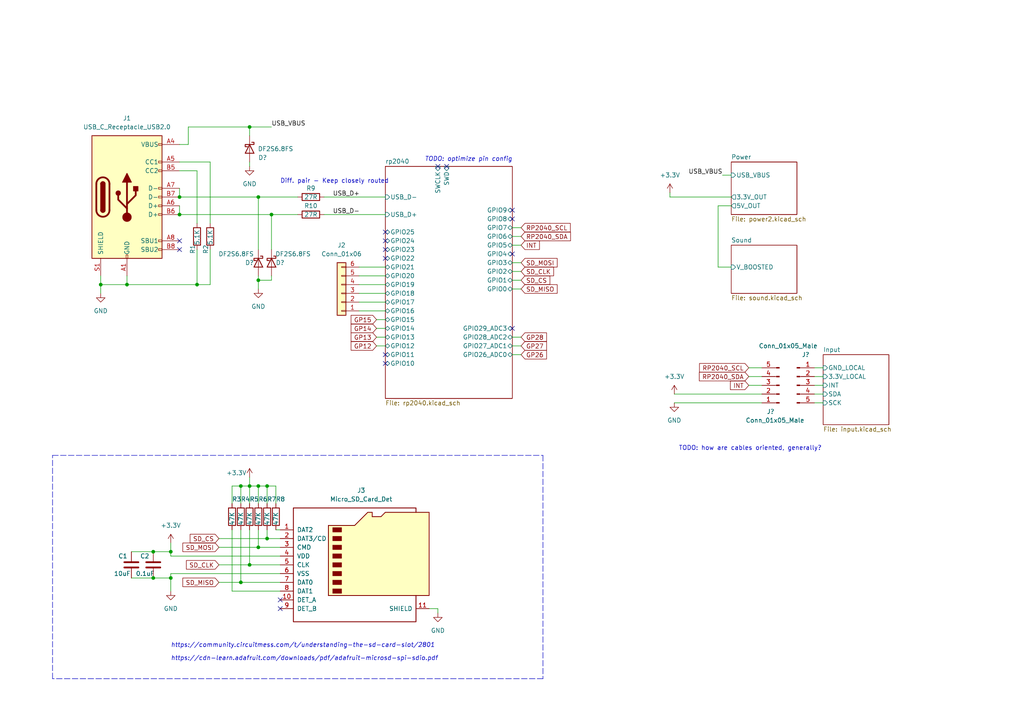
<source format=kicad_sch>
(kicad_sch (version 20211123) (generator eeschema)
  (paper "A4")
  (lib_symbols
    (symbol "Connector:Conn_01x05_Male" (pin_names (offset 1.016) hide)
      (property "Reference" "J" (at 0 7.62 0))
      (property "Value" "Conn_01x05_Male" (at 0 -7.62 0))
      (symbol "Conn_01x05_Male_1_1"
        (polyline (pts (xy 1.27 -5.08) (xy 0.8636 -5.08)) (stroke (width 0.1524)))
        (polyline (pts (xy 1.27 -2.54) (xy 0.8636 -2.54)) (stroke (width 0.1524)))
        (polyline (pts (xy 1.27 0) (xy 0.8636 0)) (stroke (width 0.1524)))
        (polyline (pts (xy 1.27 2.54) (xy 0.8636 2.54)) (stroke (width 0.1524)))
        (polyline (pts (xy 1.27 5.08) (xy 0.8636 5.08)) (stroke (width 0.1524)))
        (rectangle (start 0.8636 -4.953) (end 0 -5.207) (stroke (width 0.1524)) (fill (type outline)))
        (rectangle (start 0.8636 -2.413) (end 0 -2.667) (stroke (width 0.1524)) (fill (type outline)))
        (rectangle (start 0.8636 0.127) (end 0 -0.127) (stroke (width 0.1524)) (fill (type outline)))
        (rectangle (start 0.8636 2.667) (end 0 2.413) (stroke (width 0.1524)) (fill (type outline)))
        (rectangle (start 0.8636 5.207) (end 0 4.953) (stroke (width 0.1524)) (fill (type outline)))
        (pin passive line (at 5.08 5.08 180) (length 3.81) (name "Pin_1") (number "1"))
        (pin passive line (at 5.08 2.54 180) (length 3.81) (name "Pin_2") (number "2"))
        (pin passive line (at 5.08 0 180) (length 3.81) (name "Pin_3") (number "3"))
        (pin passive line (at 5.08 -2.54 180) (length 3.81) (name "Pin_4") (number "4"))
        (pin passive line (at 5.08 -5.08 180) (length 3.81) (name "Pin_5") (number "5"))
      )
    )
    (symbol "Connector:Micro_SD_Card_Det" (pin_names (offset 1.016))
      (property "Reference" "J" (at -16.51 17.78 0))
      (property "Value" "Micro_SD_Card_Det" (at 16.51 17.78 0))
      (symbol "Micro_SD_Card_Det_0_1"
        (rectangle (start -7.62 -6.985) (end -5.08 -8.255) (fill (type outline)))
        (rectangle (start -7.62 -4.445) (end -5.08 -5.715) (fill (type outline)))
        (rectangle (start -7.62 -1.905) (end -5.08 -3.175) (fill (type outline)))
        (rectangle (start -7.62 0.635) (end -5.08 -0.635) (fill (type outline)))
        (rectangle (start -7.62 3.175) (end -5.08 1.905) (fill (type outline)))
        (rectangle (start -7.62 5.715) (end -5.08 4.445) (fill (type outline)))
        (rectangle (start -7.62 8.255) (end -5.08 6.985) (fill (type outline)))
        (rectangle (start -7.62 10.795) (end -5.08 9.525) (fill (type outline)))
        (polyline (pts (xy 16.51 15.24) (xy 16.51 16.51) (xy -19.05 16.51) (xy -19.05 -16.51) (xy 16.51 -16.51) (xy 16.51 -8.89)) (stroke (width 0.254)))
        (polyline (pts (xy -8.89 -8.89) (xy -8.89 11.43) (xy -1.27 11.43) (xy 2.54 15.24) (xy 3.81 15.24) (xy 3.81 13.97) (xy 6.35 13.97) (xy 7.62 15.24) (xy 20.32 15.24) (xy 20.32 -8.89) (xy -8.89 -8.89)) (stroke (width 0.254)) (fill (type background)))
      )
      (symbol "Micro_SD_Card_Det_1_1"
        (pin bidirectional line (at -22.86 10.16 0) (length 3.81) (name "DAT2") (number "1"))
        (pin passive line (at -22.86 -10.16 0) (length 3.81) (name "DET_A") (number "10"))
        (pin passive line (at 20.32 -12.7 180) (length 3.81) (name "SHIELD") (number "11"))
        (pin bidirectional line (at -22.86 7.62 0) (length 3.81) (name "DAT3/CD") (number "2"))
        (pin input line (at -22.86 5.08 0) (length 3.81) (name "CMD") (number "3"))
        (pin power_in line (at -22.86 2.54 0) (length 3.81) (name "VDD") (number "4"))
        (pin input line (at -22.86 0 0) (length 3.81) (name "CLK") (number "5"))
        (pin power_in line (at -22.86 -2.54 0) (length 3.81) (name "VSS") (number "6"))
        (pin bidirectional line (at -22.86 -5.08 0) (length 3.81) (name "DAT0") (number "7"))
        (pin bidirectional line (at -22.86 -7.62 0) (length 3.81) (name "DAT1") (number "8"))
        (pin passive line (at -22.86 -12.7 0) (length 3.81) (name "DET_B") (number "9"))
      )
    )
    (symbol "Connector:USB_C_Receptacle_USB2.0" (pin_names (offset 1.016))
      (property "Reference" "J" (at -10.16 19.05 0))
      (property "Value" "USB_C_Receptacle_USB2.0" (at 19.05 19.05 0))
      (symbol "USB_C_Receptacle_USB2.0_0_0"
        (rectangle (start -0.254 -17.78) (end 0.254 -16.764))
        (rectangle (start 10.16 -14.986) (end 9.144 -15.494))
        (rectangle (start 10.16 -12.446) (end 9.144 -12.954))
        (rectangle (start 10.16 -4.826) (end 9.144 -5.334))
        (rectangle (start 10.16 -2.286) (end 9.144 -2.794))
        (rectangle (start 10.16 0.254) (end 9.144 -0.254))
        (rectangle (start 10.16 2.794) (end 9.144 2.286))
        (rectangle (start 10.16 7.874) (end 9.144 7.366))
        (rectangle (start 10.16 10.414) (end 9.144 9.906))
        (rectangle (start 10.16 15.494) (end 9.144 14.986))
      )
      (symbol "USB_C_Receptacle_USB2.0_0_1"
        (rectangle (start -10.16 17.78) (end 10.16 -17.78) (stroke (width 0.254)) (fill (type background)))
        (arc (start -8.89 -3.81) (mid -6.985 -5.715) (end -5.08 -3.81) (stroke (width 0.508)))
        (arc (start -7.62 -3.81) (mid -6.985 -4.445) (end -6.35 -3.81) (stroke (width 0.254)))
        (arc (start -7.62 -3.81) (mid -6.985 -4.445) (end -6.35 -3.81) (stroke (width 0.254)) (fill (type outline)))
        (rectangle (start -7.62 -3.81) (end -6.35 3.81) (stroke (width 0.254)) (fill (type outline)))
        (arc (start -6.35 3.81) (mid -6.985 4.445) (end -7.62 3.81) (stroke (width 0.254)))
        (arc (start -6.35 3.81) (mid -6.985 4.445) (end -7.62 3.81) (stroke (width 0.254)) (fill (type outline)))
        (arc (start -5.08 3.81) (mid -6.985 5.715) (end -8.89 3.81) (stroke (width 0.508)))
        (circle (center -2.54 1.143) (radius 0.635) (stroke (width 0.254)) (fill (type outline)))
        (circle (center 0 -5.842) (radius 1.27) (fill (type outline)))
        (polyline (pts (xy -8.89 -3.81) (xy -8.89 3.81)) (stroke (width 0.508)))
        (polyline (pts (xy -5.08 3.81) (xy -5.08 -3.81)) (stroke (width 0.508)))
        (polyline (pts (xy 0 -5.842) (xy 0 4.318)) (stroke (width 0.508)))
        (polyline (pts (xy 0 -3.302) (xy -2.54 -0.762) (xy -2.54 0.508)) (stroke (width 0.508)))
        (polyline (pts (xy 0 -2.032) (xy 2.54 0.508) (xy 2.54 1.778)) (stroke (width 0.508)))
        (polyline (pts (xy -1.27 4.318) (xy 0 6.858) (xy 1.27 4.318) (xy -1.27 4.318)) (stroke (width 0.254)) (fill (type outline)))
        (rectangle (start 1.905 1.778) (end 3.175 3.048) (stroke (width 0.254)) (fill (type outline)))
      )
      (symbol "USB_C_Receptacle_USB2.0_1_1"
        (pin passive line (at 0 -22.86 90) (length 5.08) (name "GND") (number "A1"))
        (pin passive line (at 0 -22.86 90) (length 5.08) hide (name "GND") (number "A12"))
        (pin passive line (at 15.24 15.24 180) (length 5.08) (name "VBUS") (number "A4"))
        (pin bidirectional line (at 15.24 10.16 180) (length 5.08) (name "CC1") (number "A5"))
        (pin bidirectional line (at 15.24 -2.54 180) (length 5.08) (name "D+") (number "A6"))
        (pin bidirectional line (at 15.24 2.54 180) (length 5.08) (name "D-") (number "A7"))
        (pin bidirectional line (at 15.24 -12.7 180) (length 5.08) (name "SBU1") (number "A8"))
        (pin passive line (at 15.24 15.24 180) (length 5.08) hide (name "VBUS") (number "A9"))
        (pin passive line (at 0 -22.86 90) (length 5.08) hide (name "GND") (number "B1"))
        (pin passive line (at 0 -22.86 90) (length 5.08) hide (name "GND") (number "B12"))
        (pin passive line (at 15.24 15.24 180) (length 5.08) hide (name "VBUS") (number "B4"))
        (pin bidirectional line (at 15.24 7.62 180) (length 5.08) (name "CC2") (number "B5"))
        (pin bidirectional line (at 15.24 -5.08 180) (length 5.08) (name "D+") (number "B6"))
        (pin bidirectional line (at 15.24 0 180) (length 5.08) (name "D-") (number "B7"))
        (pin bidirectional line (at 15.24 -15.24 180) (length 5.08) (name "SBU2") (number "B8"))
        (pin passive line (at 15.24 15.24 180) (length 5.08) hide (name "VBUS") (number "B9"))
        (pin passive line (at -7.62 -22.86 90) (length 5.08) (name "SHIELD") (number "S1"))
      )
    )
    (symbol "Connector_Generic:Conn_01x06" (pin_names (offset 1.016) hide)
      (property "Reference" "J" (at 0 7.62 0))
      (property "Value" "Conn_01x06" (at 0 -10.16 0))
      (symbol "Conn_01x06_1_1"
        (rectangle (start -1.27 -7.493) (end 0 -7.747) (stroke (width 0.1524)))
        (rectangle (start -1.27 -4.953) (end 0 -5.207) (stroke (width 0.1524)))
        (rectangle (start -1.27 -2.413) (end 0 -2.667) (stroke (width 0.1524)))
        (rectangle (start -1.27 0.127) (end 0 -0.127) (stroke (width 0.1524)))
        (rectangle (start -1.27 2.667) (end 0 2.413) (stroke (width 0.1524)))
        (rectangle (start -1.27 5.207) (end 0 4.953) (stroke (width 0.1524)))
        (rectangle (start -1.27 6.35) (end 1.27 -8.89) (stroke (width 0.254)) (fill (type background)))
        (pin passive line (at -5.08 5.08 0) (length 3.81) (name "Pin_1") (number "1"))
        (pin passive line (at -5.08 2.54 0) (length 3.81) (name "Pin_2") (number "2"))
        (pin passive line (at -5.08 0 0) (length 3.81) (name "Pin_3") (number "3"))
        (pin passive line (at -5.08 -2.54 0) (length 3.81) (name "Pin_4") (number "4"))
        (pin passive line (at -5.08 -5.08 0) (length 3.81) (name "Pin_5") (number "5"))
        (pin passive line (at -5.08 -7.62 0) (length 3.81) (name "Pin_6") (number "6"))
      )
    )
    (symbol "Device:C" (pin_numbers hide) (pin_names (offset 0.254))
      (property "Reference" "C" (at 0.635 2.54 0))
      (property "Value" "C" (at 0.635 -2.54 0))
      (symbol "C_0_1"
        (polyline (pts (xy -2.032 -0.762) (xy 2.032 -0.762)) (stroke (width 0.508)))
        (polyline (pts (xy -2.032 0.762) (xy 2.032 0.762)) (stroke (width 0.508)))
      )
      (symbol "C_1_1"
        (pin passive line (at 0 3.81 270) (length 2.794) (name "~") (number "1"))
        (pin passive line (at 0 -3.81 90) (length 2.794) (name "~") (number "2"))
      )
    )
    (symbol "Device:D_Schottky" (pin_numbers hide) (pin_names (offset 1.016) hide)
      (property "Reference" "D" (at 0 2.54 0))
      (property "Value" "D_Schottky" (at 0 -2.54 0))
      (symbol "D_Schottky_0_1"
        (polyline (pts (xy 1.27 0) (xy -1.27 0)))
        (polyline (pts (xy 1.27 1.27) (xy 1.27 -1.27) (xy -1.27 0) (xy 1.27 1.27)) (stroke (width 0.254)))
        (polyline (pts (xy -1.905 0.635) (xy -1.905 1.27) (xy -1.27 1.27) (xy -1.27 -1.27) (xy -0.635 -1.27) (xy -0.635 -0.635)) (stroke (width 0.254)))
      )
      (symbol "D_Schottky_1_1"
        (pin passive line (at -3.81 0 0) (length 2.54) (name "K") (number "1"))
        (pin passive line (at 3.81 0 180) (length 2.54) (name "A") (number "2"))
      )
    )
    (symbol "Device:R" (pin_numbers hide) (pin_names (offset 0))
      (property "Reference" "R" (at 2.032 0 90))
      (property "Value" "R" (at 0 0 90))
      (symbol "R_0_1"
        (rectangle (start -1.016 -2.54) (end 1.016 2.54) (stroke (width 0.254)))
      )
      (symbol "R_1_1"
        (pin passive line (at 0 3.81 270) (length 1.27) (name "~") (number "1"))
        (pin passive line (at 0 -3.81 90) (length 1.27) (name "~") (number "2"))
      )
    )
    (symbol "power:+3.3V" (power) (pin_names (offset 0))
      (property "Value" "+3.3V" (at 0 3.556 0))
      (symbol "+3.3V_0_1"
        (polyline (pts (xy -0.762 1.27) (xy 0 2.54)))
        (polyline (pts (xy 0 0) (xy 0 2.54)))
        (polyline (pts (xy 0 2.54) (xy 0.762 1.27)))
      )
      (symbol "+3.3V_1_1"
        (pin power_in line (at 0 0 90) (length 0) hide (name "+3.3V") (number "1"))
      )
    )
    (symbol "power:GND" (power) (pin_names (offset 0))
      (property "Value" "GND" (at 0 -3.81 0))
      (symbol "GND_0_1"
        (polyline (pts (xy 0 0) (xy 0 -1.27) (xy 1.27 -1.27) (xy 0 -2.54) (xy -1.27 -1.27) (xy 0 -1.27)))
      )
      (symbol "GND_1_1"
        (pin power_in line (at 0 0 270) (length 0) hide (name "GND") (number "1"))
      )
    )
  )
  (junction (at 44.45 160.02))
  (junction (at 72.39 163.83))
  (junction (at 74.93 81.28))
  (junction (at 69.85 140.97))
  (junction (at 74.93 140.97))
  (junction (at 52.07 62.23))
  (junction (at 69.85 168.91))
  (junction (at 57.15 82.55))
  (junction (at 74.93 158.75))
  (junction (at 52.07 57.15))
  (junction (at 74.93 57.15))
  (junction (at 72.39 36.83))
  (junction (at 36.83 82.55))
  (junction (at 78.74 62.23))
  (junction (at 77.47 156.21))
  (junction (at 29.21 82.55))
  (junction (at 44.45 167.64))
  (junction (at 49.53 167.64))
  (junction (at 72.39 140.97))
  (junction (at 49.53 160.02))
  (junction (at 77.47 140.97))
  (no_connect (at 111.76 74.93))
  (no_connect (at 81.28 173.99))
  (no_connect (at 148.59 73.66))
  (no_connect (at 129.54 48.26))
  (no_connect (at 111.76 69.85))
  (no_connect (at 81.28 176.53))
  (no_connect (at 111.76 102.87))
  (no_connect (at 148.59 60.96))
  (no_connect (at 111.76 72.39))
  (no_connect (at 148.59 95.25))
  (no_connect (at 111.76 67.31))
  (no_connect (at 52.07 69.85))
  (no_connect (at 111.76 105.41))
  (no_connect (at 148.59 63.5))
  (no_connect (at 127 48.26))
  (no_connect (at 52.07 72.39))
  (wire (pts (xy 236.22 111.76) (xy 238.76 111.76)))
  (wire (pts (xy 208.28 59.69) (xy 212.09 59.69)))
  (wire (pts (xy 236.22 106.68) (xy 238.76 106.68)))
  (wire (pts (xy 148.59 102.87) (xy 151.13 102.87)))
  (wire (pts (xy 52.07 62.23) (xy 78.74 62.23)))
  (wire (pts (xy 109.22 92.71) (xy 111.76 92.71)))
  (wire (pts (xy 74.93 57.15) (xy 86.36 57.15)))
  (wire (pts (xy 109.22 100.33) (xy 111.76 100.33)))
  (wire (pts (xy 194.31 57.15) (xy 212.09 57.15)))
  (wire (pts (xy 74.93 146.05) (xy 74.93 140.97)))
  (wire (pts (xy 104.14 82.55) (xy 111.76 82.55)))
  (wire (pts (xy 80.01 153.67) (xy 81.28 153.67)))
  (wire (pts (xy 72.39 36.83) (xy 72.39 39.37)))
  (wire (pts (xy 52.07 46.99) (xy 60.96 46.99)))
  (wire (pts (xy 148.59 68.58) (xy 151.13 68.58)))
  (wire (pts (xy 60.96 46.99) (xy 60.96 64.77)))
  (polyline (pts (xy 15.24 132.08) (xy 157.48 132.08)))
  (wire (pts (xy 52.07 41.91) (xy 54.61 41.91)))
  (wire (pts (xy 49.53 166.37) (xy 49.53 167.64)))
  (wire (pts (xy 67.31 140.97) (xy 69.85 140.97)))
  (wire (pts (xy 29.21 82.55) (xy 36.83 82.55)))
  (wire (pts (xy 209.55 50.8) (xy 212.09 50.8)))
  (polyline (pts (xy 157.48 196.85) (xy 15.24 196.85)))
  (wire (pts (xy 77.47 153.67) (xy 77.47 156.21)))
  (wire (pts (xy 49.53 161.29) (xy 81.28 161.29)))
  (wire (pts (xy 236.22 116.84) (xy 238.76 116.84)))
  (wire (pts (xy 72.39 140.97) (xy 74.93 140.97)))
  (wire (pts (xy 69.85 168.91) (xy 81.28 168.91)))
  (wire (pts (xy 104.14 87.63) (xy 111.76 87.63)))
  (wire (pts (xy 74.93 153.67) (xy 74.93 158.75)))
  (wire (pts (xy 63.5 168.91) (xy 69.85 168.91)))
  (wire (pts (xy 57.15 82.55) (xy 60.96 82.55)))
  (wire (pts (xy 54.61 36.83) (xy 72.39 36.83)))
  (wire (pts (xy 78.74 80.01) (xy 78.74 81.28)))
  (wire (pts (xy 72.39 140.97) (xy 72.39 146.05)))
  (wire (pts (xy 52.07 54.61) (xy 52.07 57.15)))
  (wire (pts (xy 109.22 97.79) (xy 111.76 97.79)))
  (wire (pts (xy 148.59 97.79) (xy 151.13 97.79)))
  (wire (pts (xy 148.59 100.33) (xy 151.13 100.33)))
  (wire (pts (xy 194.31 55.88) (xy 194.31 57.15)))
  (wire (pts (xy 208.28 77.47) (xy 212.09 77.47)))
  (wire (pts (xy 72.39 163.83) (xy 81.28 163.83)))
  (wire (pts (xy 38.1 160.02) (xy 44.45 160.02)))
  (wire (pts (xy 104.14 80.01) (xy 111.76 80.01)))
  (wire (pts (xy 93.98 62.23) (xy 111.76 62.23)))
  (wire (pts (xy 195.58 114.3) (xy 220.98 114.3)))
  (wire (pts (xy 74.93 81.28) (xy 74.93 83.82)))
  (wire (pts (xy 52.07 62.23) (xy 52.07 59.69)))
  (wire (pts (xy 72.39 46.99) (xy 72.39 48.26)))
  (wire (pts (xy 52.07 57.15) (xy 74.93 57.15)))
  (wire (pts (xy 148.59 71.12) (xy 151.13 71.12)))
  (wire (pts (xy 29.21 82.55) (xy 29.21 85.09)))
  (wire (pts (xy 57.15 49.53) (xy 57.15 64.77)))
  (wire (pts (xy 124.46 176.53) (xy 127 176.53)))
  (wire (pts (xy 93.98 57.15) (xy 111.76 57.15)))
  (wire (pts (xy 148.59 76.2) (xy 151.13 76.2)))
  (wire (pts (xy 148.59 81.28) (xy 151.13 81.28)))
  (wire (pts (xy 72.39 36.83) (xy 78.74 36.83)))
  (wire (pts (xy 74.93 140.97) (xy 77.47 140.97)))
  (wire (pts (xy 67.31 171.45) (xy 81.28 171.45)))
  (wire (pts (xy 77.47 146.05) (xy 77.47 140.97)))
  (wire (pts (xy 74.93 57.15) (xy 74.93 72.39)))
  (wire (pts (xy 72.39 153.67) (xy 72.39 163.83)))
  (wire (pts (xy 54.61 41.91) (xy 54.61 36.83)))
  (wire (pts (xy 57.15 72.39) (xy 57.15 82.55)))
  (polyline (pts (xy 15.24 196.85) (xy 15.24 132.08)))
  (wire (pts (xy 44.45 160.02) (xy 49.53 160.02)))
  (wire (pts (xy 217.17 106.68) (xy 220.98 106.68)))
  (wire (pts (xy 80.01 140.97) (xy 77.47 140.97)))
  (wire (pts (xy 77.47 156.21) (xy 81.28 156.21)))
  (wire (pts (xy 104.14 77.47) (xy 111.76 77.47)))
  (wire (pts (xy 63.5 163.83) (xy 72.39 163.83)))
  (wire (pts (xy 148.59 66.04) (xy 151.13 66.04)))
  (wire (pts (xy 80.01 146.05) (xy 80.01 140.97)))
  (wire (pts (xy 69.85 140.97) (xy 69.85 146.05)))
  (wire (pts (xy 109.22 95.25) (xy 111.76 95.25)))
  (wire (pts (xy 78.74 62.23) (xy 86.36 62.23)))
  (wire (pts (xy 74.93 80.01) (xy 74.93 81.28)))
  (wire (pts (xy 81.28 166.37) (xy 49.53 166.37)))
  (wire (pts (xy 74.93 158.75) (xy 81.28 158.75)))
  (wire (pts (xy 104.14 90.17) (xy 111.76 90.17)))
  (wire (pts (xy 29.21 80.01) (xy 29.21 82.55)))
  (wire (pts (xy 49.53 157.48) (xy 49.53 160.02)))
  (wire (pts (xy 67.31 153.67) (xy 67.31 171.45)))
  (wire (pts (xy 217.17 111.76) (xy 220.98 111.76)))
  (polyline (pts (xy 157.48 132.08) (xy 157.48 196.85)))
  (wire (pts (xy 69.85 153.67) (xy 69.85 168.91)))
  (wire (pts (xy 208.28 59.69) (xy 208.28 77.47)))
  (wire (pts (xy 49.53 161.29) (xy 49.53 160.02)))
  (wire (pts (xy 44.45 167.64) (xy 49.53 167.64)))
  (wire (pts (xy 52.07 49.53) (xy 57.15 49.53)))
  (wire (pts (xy 104.14 85.09) (xy 111.76 85.09)))
  (wire (pts (xy 148.59 83.82) (xy 151.13 83.82)))
  (wire (pts (xy 63.5 158.75) (xy 74.93 158.75)))
  (wire (pts (xy 36.83 80.01) (xy 36.83 82.55)))
  (wire (pts (xy 63.5 156.21) (xy 77.47 156.21)))
  (wire (pts (xy 67.31 146.05) (xy 67.31 140.97)))
  (wire (pts (xy 236.22 109.22) (xy 238.76 109.22)))
  (wire (pts (xy 148.59 78.74) (xy 151.13 78.74)))
  (wire (pts (xy 236.22 114.3) (xy 238.76 114.3)))
  (wire (pts (xy 38.1 167.64) (xy 44.45 167.64)))
  (wire (pts (xy 127 176.53) (xy 127 177.8)))
  (wire (pts (xy 72.39 140.97) (xy 72.39 138.43)))
  (wire (pts (xy 217.17 109.22) (xy 220.98 109.22)))
  (wire (pts (xy 195.58 116.84) (xy 220.98 116.84)))
  (wire (pts (xy 60.96 72.39) (xy 60.96 82.55)))
  (wire (pts (xy 78.74 81.28) (xy 74.93 81.28)))
  (wire (pts (xy 69.85 140.97) (xy 72.39 140.97)))
  (wire (pts (xy 78.74 62.23) (xy 78.74 72.39)))
  (wire (pts (xy 49.53 167.64) (xy 49.53 171.45)))
  (wire (pts (xy 36.83 82.55) (xy 57.15 82.55)))
  (text "Diff. pair - Keep closely routed" (at 81.28 53.34 0) (effects (font (size 1.27 1.27)) (justify left bottom)))
  (text "https://community.circuitmess.com/t/understanding-the-sd-card-slot/2801" (at 49.53 187.96 0) (effects (font (size 1.27 1.27) italic) (justify left bottom)))
  (text "https://cdn-learn.adafruit.com/downloads/pdf/adafruit-microsd-spi-sdio.pdf" (at 49.53 191.77 0) (effects (font (size 1.27 1.27) italic) (justify left bottom)))
  (text "https://blog.semtech.com/esd-protection-of-usb-2.0-interfaces\n\nhttps://files.seeedstudio.com/wiki/XIAO-RP2040/res/Seeed-Studio-XIAO-RP2040-v1.3.pdf" (at -21.59 -12.7 0) (effects (font (size 1.27 1.27)) (justify left bottom)))
  (text "TODO: optimize pin config\n" (at 123.19 46.99 0) (effects (font (size 1.27 1.27) italic) (justify left bottom)))
  (text "TODO: how are cables oriented, generally?" (at 196.85 130.81 0) (effects (font (size 1.27 1.27)) (justify left bottom)))
  (text "connect to ground with resistor\n\nhttps://www.reddit.com/r/PrintedCircuitBoard/comments/18tr602/review_request_rp2040_breakout_board/#lightbox\nhttps://www.synopsys.com/designware-ip/technical-bulletin/converting-existing-designs.html" (at -20.32 -22.86 0) (effects (font (size 1.27 1.27)) (justify left bottom)))
  (label "USB_D-" (at 96.52 62.23 0))
  (label "USB_VBUS" (at 78.74 36.83 0))
  (label "USB_VBUS" (at 209.55 50.8 180))
  (label "USB_D+" (at 96.52 57.15 0))
  (global_label "GP28" (shape input) (at 151.13 97.79 0) (property "Intersheet References" "${INTERSHEET_REFS}" (effects hide)))
  (global_label "INT" (shape input) (at 151.13 71.12 0) (property "Intersheet References" "${INTERSHEET_REFS}" (effects hide)))
  (global_label "GP26" (shape input) (at 151.13 102.87 0) (property "Intersheet References" "${INTERSHEET_REFS}" (effects hide)))
  (global_label "GP14" (shape input) (at 109.22 95.25 180) (property "Intersheet References" "${INTERSHEET_REFS}" (effects hide)))
  (global_label "SD_MISO" (shape input) (at 63.5 168.91 180) (property "Intersheet References" "${INTERSHEET_REFS}" (effects hide)))
  (global_label "SD_MOSI" (shape input) (at 151.13 76.2 0) (property "Intersheet References" "${INTERSHEET_REFS}" (effects hide)))
  (global_label "RP2040_SCL" (shape input) (at 217.17 106.68 180) (property "Intersheet References" "${INTERSHEET_REFS}" (effects hide)))
  (global_label "RP2040_SCL" (shape input) (at 151.13 66.04 0) (property "Intersheet References" "${INTERSHEET_REFS}" (effects hide)))
  (global_label "GP15" (shape input) (at 109.22 92.71 180) (property "Intersheet References" "${INTERSHEET_REFS}" (effects hide)))
  (global_label "RP2040_SDA" (shape input) (at 217.17 109.22 180) (property "Intersheet References" "${INTERSHEET_REFS}" (effects hide)))
  (global_label "GP13" (shape input) (at 109.22 97.79 180) (property "Intersheet References" "${INTERSHEET_REFS}" (effects hide)))
  (global_label "SD_CS" (shape input) (at 151.13 81.28 0) (property "Intersheet References" "${INTERSHEET_REFS}" (effects hide)))
  (global_label "SD_MOSI" (shape input) (at 63.5 158.75 180) (property "Intersheet References" "${INTERSHEET_REFS}" (effects hide)))
  (global_label "SD_CLK" (shape input) (at 63.5 163.83 180) (property "Intersheet References" "${INTERSHEET_REFS}" (effects hide)))
  (global_label "SD_CS" (shape input) (at 63.5 156.21 180) (property "Intersheet References" "${INTERSHEET_REFS}" (effects hide)))
  (global_label "SD_CLK" (shape input) (at 151.13 78.74 0) (property "Intersheet References" "${INTERSHEET_REFS}" (effects hide)))
  (global_label "SD_MISO" (shape input) (at 151.13 83.82 0) (property "Intersheet References" "${INTERSHEET_REFS}" (effects hide)))
  (global_label "GP27" (shape input) (at 151.13 100.33 0) (property "Intersheet References" "${INTERSHEET_REFS}" (effects hide)))
  (global_label "INT" (shape input) (at 217.17 111.76 180) (property "Intersheet References" "${INTERSHEET_REFS}" (effects hide)))
  (global_label "GP12" (shape input) (at 109.22 100.33 180) (property "Intersheet References" "${INTERSHEET_REFS}" (effects hide)))
  (global_label "RP2040_SDA" (shape input) (at 151.13 68.58 0) (property "Intersheet References" "${INTERSHEET_REFS}" (effects hide)))
  (symbol (lib_id "Device:R") (at 90.17 62.23 90) (unit 1)
    (property "Reference" "R10" (at 90.17 59.69 90))
    (property "Value" "27R" (at 90.17 62.23 90))
    (property "Footprint" "Resistor_SMD:R_0805_2012Metric" (effects hide))
    (property "Vendor" "C17594" (effects hide))
  )
  (symbol (lib_id "Device:C") (at 44.45 163.83 0) (unit 1)
    (property "Reference" "C2" (at 40.64 161.29 0) (effects (justify left)))
    (property "Value" "0.1uF" (at 39.37 166.37 0) (effects (justify left)))
    (property "Footprint" "Capacitor_SMD:C_0805_2012Metric" (effects hide))
    (property "Vendor" "C28233" (effects hide))
  )
  (symbol (lib_id "Device:R") (at 72.39 149.86 0) (unit 1)
    (property "Reference" "R5" (at 72.39 144.78 0) (effects (justify left)))
    (property "Value" "47K" (at 72.39 152.4 90) (effects (justify left)))
    (property "Footprint" "Resistor_SMD:R_0805_2012Metric" (effects hide))
    (property "Vendor" "C17713" (effects hide))
  )
  (symbol (lib_id "Device:R") (at 57.15 68.58 180) (unit 1)
    (property "Reference" "R1" (at 55.88 73.66 90) (effects (justify right)))
    (property "Value" "5.1K" (at 57.15 71.12 90) (effects (justify right)))
    (property "Footprint" "Resistor_SMD:R_0805_2012Metric" (effects hide))
    (property "Vendor" "C27834" (effects hide))
  )
  (symbol (lib_id "power:GND") (at 127 177.8 0) (unit 1)
    (property "Reference" "#PWR06" (effects hide))
    (property "Value" "GND" (at 127 182.88 0))
  )
  (symbol (lib_id "Device:R") (at 80.01 149.86 0) (unit 1)
    (property "Reference" "R8" (at 80.01 144.78 0) (effects (justify left)))
    (property "Value" "47K" (at 80.01 152.4 90) (effects (justify left)))
    (property "Footprint" "Resistor_SMD:R_0805_2012Metric" (effects hide))
    (property "Vendor" "C17713" (effects hide))
  )
  (symbol (lib_id "Device:D_Schottky") (at 78.74 76.2 270) (unit 1)
    (property "Reference" "D?" (at 82.55 76.2 90) (effects (justify right)))
    (property "Value" "DF2S6.8FS" (at 90.17 73.66 90) (effects (justify right)))
    (property "Footprint" "Diode_SMD:D_SOD-923" (effects hide))
    (property "Vendor" "C1972978" (effects hide))
  )
  (symbol (lib_id "Device:R") (at 69.85 149.86 0) (unit 1)
    (property "Reference" "R4" (at 69.85 144.78 0) (effects (justify left)))
    (property "Value" "47K" (at 69.85 152.4 90) (effects (justify left)))
    (property "Footprint" "Resistor_SMD:R_0805_2012Metric" (effects hide))
    (property "Vendor" "C17713" (effects hide))
  )
  (symbol (lib_id "Connector_Generic:Conn_01x06") (at 99.06 85.09 180) (unit 1)
    (property "Reference" "J2" (at 99.06 71.12 0))
    (property "Value" "Conn_01x06" (at 99.06 73.66 0))
    (property "Footprint" "Connector_PinHeader_2.54mm:PinHeader_1x06_P2.54mm_Vertical" (effects hide))
  )
  (symbol (lib_id "power:+3.3V") (at 195.58 114.3 0) (unit 1)
    (property "Reference" "#PWR07" (effects hide))
    (property "Value" "+3.3V" (at 195.58 109.22 0))
  )
  (symbol (lib_id "Device:R") (at 67.31 149.86 0) (unit 1)
    (property "Reference" "R3" (at 67.31 144.78 0) (effects (justify left)))
    (property "Value" "47K" (at 67.31 152.4 90) (effects (justify left)))
    (property "Footprint" "Resistor_SMD:R_0805_2012Metric" (effects hide))
    (property "Vendor" "C17713" (effects hide))
  )
  (symbol (lib_id "Device:D_Schottky") (at 72.39 43.18 270) (unit 1)
    (property "Reference" "D?" (at 77.47 45.72 90) (effects (justify right)))
    (property "Value" "DF2S6.8FS" (at 85.09 43.18 90) (effects (justify right)))
    (property "Footprint" "Diode_SMD:D_SOD-923" (effects hide))
    (property "Vendor" "C1972978" (effects hide))
  )
  (symbol (lib_id "power:GND") (at 49.53 171.45 0) (unit 1)
    (property "Reference" "#PWR03" (effects hide))
    (property "Value" "GND" (at 49.53 176.53 0))
  )
  (symbol (lib_id "Connector:Micro_SD_Card_Det") (at 104.14 163.83 0) (unit 1)
    (property "Reference" "J3" (at 104.775 142.24 0))
    (property "Value" "Micro_SD_Card_Det" (at 104.775 144.78 0))
    (property "Footprint" "Connector_Card:microSD_HC_Molex_104031-0811" (effects hide))
    (property "Vendor" "C585350" (effects hide))
  )
  (symbol (lib_id "Connector:Conn_01x05_Male") (at 226.06 111.76 180) (unit 1)
    (property "Reference" "J?" (at 223.52 119.38 0))
    (property "Value" "Conn_01x05_Male" (at 224.79 121.92 0))
    (property "Footprint" "Connector_JST:JST_PH_B5B-PH-SM4-TB_1x05-1MP_P2.00mm_Vertical" (effects hide))
    (property "Vendor" "C265085" (effects hide))
  )
  (symbol (lib_id "power:+3.3V") (at 194.31 55.88 0) (unit 1)
    (property "Reference" "#PWR09" (effects hide))
    (property "Value" "+3.3V" (at 194.31 50.8 0))
  )
  (symbol (lib_id "Device:R") (at 74.93 149.86 0) (unit 1)
    (property "Reference" "R6" (at 74.93 144.78 0) (effects (justify left)))
    (property "Value" "47K" (at 74.93 152.4 90) (effects (justify left)))
    (property "Footprint" "Resistor_SMD:R_0805_2012Metric" (effects hide))
    (property "Vendor" "C17713" (effects hide))
  )
  (symbol (lib_id "power:+3.3V") (at 49.53 157.48 0) (unit 1)
    (property "Reference" "#PWR02" (effects hide))
    (property "Value" "+3.3V" (at 49.53 152.4 0))
  )
  (symbol (lib_id "power:+3.3V") (at 72.39 138.43 0) (unit 1)
    (property "Reference" "#PWR04" (effects hide))
    (property "Value" "+3.3V" (at 68.58 137.16 0))
  )
  (symbol (lib_id "Device:R") (at 90.17 57.15 90) (unit 1)
    (property "Reference" "R9" (at 90.17 54.61 90))
    (property "Value" "27R" (at 90.17 57.15 90))
    (property "Footprint" "Resistor_SMD:R_0805_2012Metric" (effects hide))
    (property "Vendor" "C17594" (effects hide))
  )
  (symbol (lib_id "power:GND") (at 195.58 116.84 0) (unit 1)
    (property "Reference" "#PWR08" (effects hide))
    (property "Value" "GND" (at 195.58 121.92 0))
  )
  (symbol (lib_id "power:GND") (at 29.21 85.09 0) (unit 1)
    (property "Reference" "#PWR01" (effects hide))
    (property "Value" "GND" (at 29.21 90.17 0))
  )
  (symbol (lib_id "Device:R") (at 60.96 68.58 0) (unit 1)
    (property "Reference" "R2" (at 59.69 73.66 90) (effects (justify left)))
    (property "Value" "5.1K" (at 60.96 71.12 90) (effects (justify left)))
    (property "Footprint" "Resistor_SMD:R_0805_2012Metric" (effects hide))
    (property "Vendor" "C27834" (effects hide))
  )
  (symbol (lib_id "power:GND") (at 74.93 83.82 0) (unit 1)
    (property "Reference" "#PWR?" (effects hide))
    (property "Value" "GND" (at 74.93 88.9 0))
  )
  (symbol (lib_id "Device:C") (at 38.1 163.83 0) (unit 1)
    (property "Reference" "C1" (at 34.29 161.29 0) (effects (justify left)))
    (property "Value" "10uF" (at 33.02 166.37 0) (effects (justify left)))
    (property "Footprint" "Capacitor_SMD:C_0805_2012Metric" (effects hide))
    (property "Vendor" "C15850" (effects hide))
  )
  (symbol (lib_id "Connector:USB_C_Receptacle_USB2.0") (at 36.83 57.15 0) (unit 1)
    (property "Reference" "J1" (at 36.83 34.29 0))
    (property "Value" "USB_C_Receptacle_USB2.0" (at 36.83 36.83 0))
    (property "Footprint" "Connector_USB:USB_C_Receptacle_G-Switch_GT-USB-7010ASV" (effects hide))
    (property "Datasheet" "https://www.usb.org/sites/default/files/documents/usb_type-c.zip" (effects hide))
    (property "Vendor" "C2988369" (effects hide))
  )
  (symbol (lib_id "Device:R") (at 77.47 149.86 0) (unit 1)
    (property "Reference" "R7" (at 77.47 144.78 0) (effects (justify left)))
    (property "Value" "47K" (at 77.47 152.4 90) (effects (justify left)))
    (property "Footprint" "Resistor_SMD:R_0805_2012Metric" (effects hide))
    (property "Vendor" "C17713" (effects hide))
  )
  (symbol (lib_id "power:GND") (at 72.39 48.26 0) (unit 1)
    (property "Reference" "#PWR05" (effects hide))
    (property "Value" "GND" (at 72.39 53.34 0))
  )
  (symbol (lib_id "Connector:Conn_01x05_Male") (at 231.14 111.76 0) (unit 1)
    (property "Reference" "J?" (at 233.68 102.87 0))
    (property "Value" "Conn_01x05_Male" (at 228.6 100.33 0))
    (property "Footprint" "Connector_JST:JST_PH_B5B-PH-SM4-TB_1x05-1MP_P2.00mm_Vertical" (effects hide))
    (property "Vendor" "C265085" (effects hide))
  )
  (symbol (lib_id "Device:D_Schottky") (at 74.93 76.2 270) (unit 1)
    (property "Reference" "D?" (at 73.66 76.2 90) (effects (justify right)))
    (property "Value" "DF2S6.8FS" (at 73.66 73.66 90) (effects (justify right)))
    (property "Footprint" "Diode_SMD:D_SOD-923" (effects hide))
    (property "Vendor" "C1972978" (effects hide))
  )
  (sheet (at 212.09 46.99) (size 19.05 15.24) (stroke (width 0.1524))
    (property "Sheet name" "Power" (at 212.09 46.2784 0) (effects (justify left bottom)))
    (property "Sheet file" "power2.kicad_sch" (at 212.09 62.8146 0) (effects (justify left top)))
    (pin "3.3V_OUT" output (at 212.09 57.15 180))
    (pin "5V_OUT" output (at 212.09 59.69 180))
    (pin "USB_VBUS" input (at 212.09 50.8 180))
  )
  (sheet (at 238.76 102.87) (size 19.05 20.32) (stroke (width 0.1524))
    (property "Sheet name" "Input" (at 238.76 102.1584 0) (effects (justify left bottom)))
    (property "Sheet file" "input.kicad_sch" (at 238.76 123.7746 0) (effects (justify left top)))
    (pin "GND_LOCAL" input (at 238.76 106.68 180))
    (pin "3.3V_LOCAL" input (at 238.76 109.22 180))
    (pin "INT" input (at 238.76 111.76 180))
    (pin "SDA" input (at 238.76 114.3 180))
    (pin "SCK" input (at 238.76 116.84 180))
  )
  (sheet (at 111.76 48.26) (size 36.83 67.31) (stroke (width 0.1524))
    (property "Sheet name" "rp2040" (at 111.76 47.5484 0) (effects (justify left bottom)))
    (property "Sheet file" "rp2040.kicad_sch" (at 111.76 116.1546 0) (effects (justify left top)))
    (pin "USB_D-" input (at 111.76 57.15 180))
    (pin "USB_D+" input (at 111.76 62.23 180))
    (pin "SWCLK" input (at 127 48.26 90))
    (pin "SWD" input (at 129.54 48.26 90))
    (pin "GPIO7" bidirectional (at 148.59 66.04 0))
    (pin "GPIO5" bidirectional (at 148.59 71.12 0))
    (pin "GPIO6" bidirectional (at 148.59 68.58 0))
    (pin "GPIO4" bidirectional (at 148.59 73.66 0))
    (pin "GPIO3" bidirectional (at 148.59 76.2 0))
    (pin "GPIO1" bidirectional (at 148.59 81.28 0))
    (pin "GPIO0" bidirectional (at 148.59 83.82 0))
    (pin "GPIO2" bidirectional (at 148.59 78.74 0))
    (pin "GPIO8" bidirectional (at 148.59 63.5 0))
    (pin "GPIO9" bidirectional (at 148.59 60.96 0))
    (pin "GPIO16" bidirectional (at 111.76 90.17 180))
    (pin "GPIO15" bidirectional (at 111.76 92.71 180))
    (pin "GPIO17" bidirectional (at 111.76 87.63 180))
    (pin "GPIO18" bidirectional (at 111.76 85.09 180))
    (pin "GPIO19" bidirectional (at 111.76 82.55 180))
    (pin "GPIO20" bidirectional (at 111.76 80.01 180))
    (pin "GPIO14" bidirectional (at 111.76 95.25 180))
    (pin "GPIO13" bidirectional (at 111.76 97.79 180))
    (pin "GPIO10" bidirectional (at 111.76 105.41 180))
    (pin "GPIO11" bidirectional (at 111.76 102.87 180))
    (pin "GPIO12" bidirectional (at 111.76 100.33 180))
    (pin "GPIO21" bidirectional (at 111.76 77.47 180))
    (pin "GPIO22" bidirectional (at 111.76 74.93 180))
    (pin "GPIO23" bidirectional (at 111.76 72.39 180))
    (pin "GPIO24" bidirectional (at 111.76 69.85 180))
    (pin "GPIO25" bidirectional (at 111.76 67.31 180))
    (pin "GPIO26_ADC0" bidirectional (at 148.59 102.87 0))
    (pin "GPIO27_ADC1" bidirectional (at 148.59 100.33 0))
    (pin "GPIO28_ADC2" bidirectional (at 148.59 97.79 0))
    (pin "GPIO29_ADC3" bidirectional (at 148.59 95.25 0))
  )
  (sheet (at 212.09 71.12) (size 19.05 13.97) (stroke (width 0.1524))
    (property "Sheet name" "Sound" (at 212.09 70.4084 0) (effects (justify left bottom)))
    (property "Sheet file" "sound.kicad_sch" (at 212.09 85.6746 0) (effects (justify left top)))
    (pin "V_BOOSTED" input (at 212.09 77.47 180))
  )
)
</source>
